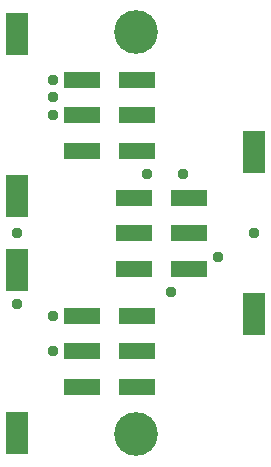
<source format=gbs>
G75*
G70*
%OFA0B0*%
%FSLAX24Y24*%
%IPPOS*%
%LPD*%
%AMOC8*
5,1,8,0,0,1.08239X$1,22.5*
%
%ADD10C,0.1458*%
%ADD11R,0.1230X0.0580*%
%ADD12R,0.0730X0.1430*%
%ADD13C,0.0370*%
D10*
X027514Y001322D03*
X027514Y014708D03*
D11*
X027553Y013133D03*
X025730Y013133D03*
X025730Y011952D03*
X027553Y011952D03*
X027553Y010771D03*
X025730Y010771D03*
X027474Y009196D03*
X029297Y009196D03*
X029297Y008015D03*
X027474Y008015D03*
X027474Y006834D03*
X029297Y006834D03*
X027553Y005259D03*
X025730Y005259D03*
X025730Y004078D03*
X027553Y004078D03*
X027553Y002897D03*
X025730Y002897D03*
D12*
X023577Y001368D03*
X031451Y005305D03*
X023577Y006788D03*
X023577Y009242D03*
X031451Y010725D03*
X023577Y014662D03*
D13*
X024758Y013133D03*
X024758Y012543D03*
X024758Y011952D03*
X027907Y009984D03*
X029089Y009984D03*
X031451Y008015D03*
X030270Y007228D03*
X028695Y006047D03*
X024758Y005259D03*
X023577Y005653D03*
X024758Y004078D03*
X023577Y008015D03*
M02*

</source>
